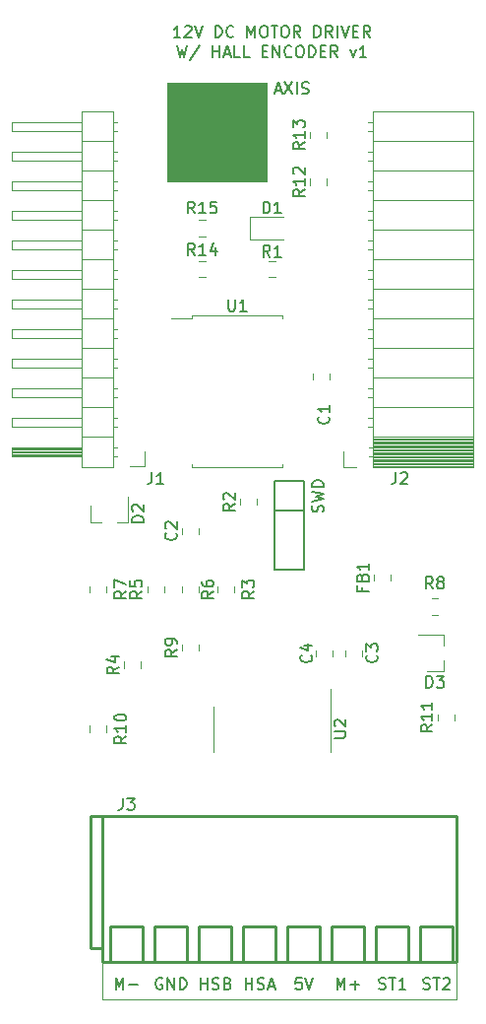
<source format=gbr>
G04 #@! TF.GenerationSoftware,KiCad,Pcbnew,5.1.5+dfsg1-2build2*
G04 #@! TF.CreationDate,2021-01-19T23:11:10+01:00*
G04 #@! TF.ProjectId,t100-dcmotor,74313030-2d64-4636-9d6f-746f722e6b69,rev?*
G04 #@! TF.SameCoordinates,Original*
G04 #@! TF.FileFunction,Legend,Top*
G04 #@! TF.FilePolarity,Positive*
%FSLAX46Y46*%
G04 Gerber Fmt 4.6, Leading zero omitted, Abs format (unit mm)*
G04 Created by KiCad (PCBNEW 5.1.5+dfsg1-2build2) date 2021-01-19 23:11:10*
%MOMM*%
%LPD*%
G04 APERTURE LIST*
%ADD10C,0.150000*%
%ADD11C,0.120000*%
%ADD12C,0.100000*%
%ADD13C,0.200000*%
%ADD14C,0.254000*%
G04 APERTURE END LIST*
D10*
X113027142Y-136334761D02*
X113170000Y-136382380D01*
X113408095Y-136382380D01*
X113503333Y-136334761D01*
X113550952Y-136287142D01*
X113598571Y-136191904D01*
X113598571Y-136096666D01*
X113550952Y-136001428D01*
X113503333Y-135953809D01*
X113408095Y-135906190D01*
X113217619Y-135858571D01*
X113122380Y-135810952D01*
X113074761Y-135763333D01*
X113027142Y-135668095D01*
X113027142Y-135572857D01*
X113074761Y-135477619D01*
X113122380Y-135430000D01*
X113217619Y-135382380D01*
X113455714Y-135382380D01*
X113598571Y-135430000D01*
X113884285Y-135382380D02*
X114455714Y-135382380D01*
X114170000Y-136382380D02*
X114170000Y-135382380D01*
X114741428Y-135477619D02*
X114789047Y-135430000D01*
X114884285Y-135382380D01*
X115122380Y-135382380D01*
X115217619Y-135430000D01*
X115265238Y-135477619D01*
X115312857Y-135572857D01*
X115312857Y-135668095D01*
X115265238Y-135810952D01*
X114693809Y-136382380D01*
X115312857Y-136382380D01*
X109217142Y-136334761D02*
X109360000Y-136382380D01*
X109598095Y-136382380D01*
X109693333Y-136334761D01*
X109740952Y-136287142D01*
X109788571Y-136191904D01*
X109788571Y-136096666D01*
X109740952Y-136001428D01*
X109693333Y-135953809D01*
X109598095Y-135906190D01*
X109407619Y-135858571D01*
X109312380Y-135810952D01*
X109264761Y-135763333D01*
X109217142Y-135668095D01*
X109217142Y-135572857D01*
X109264761Y-135477619D01*
X109312380Y-135430000D01*
X109407619Y-135382380D01*
X109645714Y-135382380D01*
X109788571Y-135430000D01*
X110074285Y-135382380D02*
X110645714Y-135382380D01*
X110360000Y-136382380D02*
X110360000Y-135382380D01*
X111502857Y-136382380D02*
X110931428Y-136382380D01*
X111217142Y-136382380D02*
X111217142Y-135382380D01*
X111121904Y-135525238D01*
X111026666Y-135620476D01*
X110931428Y-135668095D01*
D11*
X115880000Y-137199999D02*
X115880000Y-133999999D01*
D10*
X100287976Y-59166666D02*
X100764166Y-59166666D01*
X100192738Y-59452380D02*
X100526071Y-58452380D01*
X100859404Y-59452380D01*
X101097500Y-58452380D02*
X101764166Y-59452380D01*
X101764166Y-58452380D02*
X101097500Y-59452380D01*
X102145119Y-59452380D02*
X102145119Y-58452380D01*
X102573690Y-59404761D02*
X102716547Y-59452380D01*
X102954642Y-59452380D01*
X103049880Y-59404761D01*
X103097500Y-59357142D01*
X103145119Y-59261904D01*
X103145119Y-59166666D01*
X103097500Y-59071428D01*
X103049880Y-59023809D01*
X102954642Y-58976190D01*
X102764166Y-58928571D01*
X102668928Y-58880952D01*
X102621309Y-58833333D01*
X102573690Y-58738095D01*
X102573690Y-58642857D01*
X102621309Y-58547619D01*
X102668928Y-58500000D01*
X102764166Y-58452380D01*
X103002261Y-58452380D01*
X103145119Y-58500000D01*
D12*
G36*
X99500000Y-67000000D02*
G01*
X91000000Y-67000000D01*
X91000000Y-58500000D01*
X99500000Y-58500000D01*
X99500000Y-67000000D01*
G37*
X99500000Y-67000000D02*
X91000000Y-67000000D01*
X91000000Y-58500000D01*
X99500000Y-58500000D01*
X99500000Y-67000000D01*
D11*
X85400000Y-137200000D02*
X85400000Y-134000000D01*
X115880000Y-137199999D02*
X85400000Y-137200000D01*
D10*
X102549523Y-135382380D02*
X102073333Y-135382380D01*
X102025714Y-135858571D01*
X102073333Y-135810952D01*
X102168571Y-135763333D01*
X102406666Y-135763333D01*
X102501904Y-135810952D01*
X102549523Y-135858571D01*
X102597142Y-135953809D01*
X102597142Y-136191904D01*
X102549523Y-136287142D01*
X102501904Y-136334761D01*
X102406666Y-136382380D01*
X102168571Y-136382380D01*
X102073333Y-136334761D01*
X102025714Y-136287142D01*
X102882857Y-135382380D02*
X103216190Y-136382380D01*
X103549523Y-135382380D01*
X93858095Y-136382380D02*
X93858095Y-135382380D01*
X93858095Y-135858571D02*
X94429523Y-135858571D01*
X94429523Y-136382380D02*
X94429523Y-135382380D01*
X94858095Y-136334761D02*
X95000952Y-136382380D01*
X95239047Y-136382380D01*
X95334285Y-136334761D01*
X95381904Y-136287142D01*
X95429523Y-136191904D01*
X95429523Y-136096666D01*
X95381904Y-136001428D01*
X95334285Y-135953809D01*
X95239047Y-135906190D01*
X95048571Y-135858571D01*
X94953333Y-135810952D01*
X94905714Y-135763333D01*
X94858095Y-135668095D01*
X94858095Y-135572857D01*
X94905714Y-135477619D01*
X94953333Y-135430000D01*
X95048571Y-135382380D01*
X95286666Y-135382380D01*
X95429523Y-135430000D01*
X96191428Y-135858571D02*
X96334285Y-135906190D01*
X96381904Y-135953809D01*
X96429523Y-136049047D01*
X96429523Y-136191904D01*
X96381904Y-136287142D01*
X96334285Y-136334761D01*
X96239047Y-136382380D01*
X95858095Y-136382380D01*
X95858095Y-135382380D01*
X96191428Y-135382380D01*
X96286666Y-135430000D01*
X96334285Y-135477619D01*
X96381904Y-135572857D01*
X96381904Y-135668095D01*
X96334285Y-135763333D01*
X96286666Y-135810952D01*
X96191428Y-135858571D01*
X95858095Y-135858571D01*
X97739523Y-136382380D02*
X97739523Y-135382380D01*
X97739523Y-135858571D02*
X98310952Y-135858571D01*
X98310952Y-136382380D02*
X98310952Y-135382380D01*
X98739523Y-136334761D02*
X98882380Y-136382380D01*
X99120476Y-136382380D01*
X99215714Y-136334761D01*
X99263333Y-136287142D01*
X99310952Y-136191904D01*
X99310952Y-136096666D01*
X99263333Y-136001428D01*
X99215714Y-135953809D01*
X99120476Y-135906190D01*
X98930000Y-135858571D01*
X98834761Y-135810952D01*
X98787142Y-135763333D01*
X98739523Y-135668095D01*
X98739523Y-135572857D01*
X98787142Y-135477619D01*
X98834761Y-135430000D01*
X98930000Y-135382380D01*
X99168095Y-135382380D01*
X99310952Y-135430000D01*
X99691904Y-136096666D02*
X100168095Y-136096666D01*
X99596666Y-136382380D02*
X99930000Y-135382380D01*
X100263333Y-136382380D01*
X90548095Y-135430000D02*
X90452857Y-135382380D01*
X90310000Y-135382380D01*
X90167142Y-135430000D01*
X90071904Y-135525238D01*
X90024285Y-135620476D01*
X89976666Y-135810952D01*
X89976666Y-135953809D01*
X90024285Y-136144285D01*
X90071904Y-136239523D01*
X90167142Y-136334761D01*
X90310000Y-136382380D01*
X90405238Y-136382380D01*
X90548095Y-136334761D01*
X90595714Y-136287142D01*
X90595714Y-135953809D01*
X90405238Y-135953809D01*
X91024285Y-136382380D02*
X91024285Y-135382380D01*
X91595714Y-136382380D01*
X91595714Y-135382380D01*
X92071904Y-136382380D02*
X92071904Y-135382380D01*
X92310000Y-135382380D01*
X92452857Y-135430000D01*
X92548095Y-135525238D01*
X92595714Y-135620476D01*
X92643333Y-135810952D01*
X92643333Y-135953809D01*
X92595714Y-136144285D01*
X92548095Y-136239523D01*
X92452857Y-136334761D01*
X92310000Y-136382380D01*
X92071904Y-136382380D01*
X86547619Y-136382380D02*
X86547619Y-135382380D01*
X86880952Y-136096666D01*
X87214285Y-135382380D01*
X87214285Y-136382380D01*
X87690476Y-136001428D02*
X88452380Y-136001428D01*
X105597619Y-136382380D02*
X105597619Y-135382380D01*
X105930952Y-136096666D01*
X106264285Y-135382380D01*
X106264285Y-136382380D01*
X106740476Y-136001428D02*
X107502380Y-136001428D01*
X107121428Y-136382380D02*
X107121428Y-135620476D01*
X104404761Y-95357142D02*
X104452380Y-95214285D01*
X104452380Y-94976190D01*
X104404761Y-94880952D01*
X104357142Y-94833333D01*
X104261904Y-94785714D01*
X104166666Y-94785714D01*
X104071428Y-94833333D01*
X104023809Y-94880952D01*
X103976190Y-94976190D01*
X103928571Y-95166666D01*
X103880952Y-95261904D01*
X103833333Y-95309523D01*
X103738095Y-95357142D01*
X103642857Y-95357142D01*
X103547619Y-95309523D01*
X103500000Y-95261904D01*
X103452380Y-95166666D01*
X103452380Y-94928571D01*
X103500000Y-94785714D01*
X103452380Y-94452380D02*
X104452380Y-94214285D01*
X103738095Y-94023809D01*
X104452380Y-93833333D01*
X103452380Y-93595238D01*
X104452380Y-93214285D02*
X103452380Y-93214285D01*
X103452380Y-92976190D01*
X103500000Y-92833333D01*
X103595238Y-92738095D01*
X103690476Y-92690476D01*
X103880952Y-92642857D01*
X104023809Y-92642857D01*
X104214285Y-92690476D01*
X104309523Y-92738095D01*
X104404761Y-92833333D01*
X104452380Y-92976190D01*
X104452380Y-93214285D01*
D13*
X92119047Y-54602380D02*
X91547619Y-54602380D01*
X91833333Y-54602380D02*
X91833333Y-53602380D01*
X91738095Y-53745238D01*
X91642857Y-53840476D01*
X91547619Y-53888095D01*
X92500000Y-53697619D02*
X92547619Y-53650000D01*
X92642857Y-53602380D01*
X92880952Y-53602380D01*
X92976190Y-53650000D01*
X93023809Y-53697619D01*
X93071428Y-53792857D01*
X93071428Y-53888095D01*
X93023809Y-54030952D01*
X92452380Y-54602380D01*
X93071428Y-54602380D01*
X93357142Y-53602380D02*
X93690476Y-54602380D01*
X94023809Y-53602380D01*
X95119047Y-54602380D02*
X95119047Y-53602380D01*
X95357142Y-53602380D01*
X95500000Y-53650000D01*
X95595238Y-53745238D01*
X95642857Y-53840476D01*
X95690476Y-54030952D01*
X95690476Y-54173809D01*
X95642857Y-54364285D01*
X95595238Y-54459523D01*
X95500000Y-54554761D01*
X95357142Y-54602380D01*
X95119047Y-54602380D01*
X96690476Y-54507142D02*
X96642857Y-54554761D01*
X96500000Y-54602380D01*
X96404761Y-54602380D01*
X96261904Y-54554761D01*
X96166666Y-54459523D01*
X96119047Y-54364285D01*
X96071428Y-54173809D01*
X96071428Y-54030952D01*
X96119047Y-53840476D01*
X96166666Y-53745238D01*
X96261904Y-53650000D01*
X96404761Y-53602380D01*
X96500000Y-53602380D01*
X96642857Y-53650000D01*
X96690476Y-53697619D01*
X97880952Y-54602380D02*
X97880952Y-53602380D01*
X98214285Y-54316666D01*
X98547619Y-53602380D01*
X98547619Y-54602380D01*
X99214285Y-53602380D02*
X99404761Y-53602380D01*
X99500000Y-53650000D01*
X99595238Y-53745238D01*
X99642857Y-53935714D01*
X99642857Y-54269047D01*
X99595238Y-54459523D01*
X99500000Y-54554761D01*
X99404761Y-54602380D01*
X99214285Y-54602380D01*
X99119047Y-54554761D01*
X99023809Y-54459523D01*
X98976190Y-54269047D01*
X98976190Y-53935714D01*
X99023809Y-53745238D01*
X99119047Y-53650000D01*
X99214285Y-53602380D01*
X99928571Y-53602380D02*
X100500000Y-53602380D01*
X100214285Y-54602380D02*
X100214285Y-53602380D01*
X101023809Y-53602380D02*
X101214285Y-53602380D01*
X101309523Y-53650000D01*
X101404761Y-53745238D01*
X101452380Y-53935714D01*
X101452380Y-54269047D01*
X101404761Y-54459523D01*
X101309523Y-54554761D01*
X101214285Y-54602380D01*
X101023809Y-54602380D01*
X100928571Y-54554761D01*
X100833333Y-54459523D01*
X100785714Y-54269047D01*
X100785714Y-53935714D01*
X100833333Y-53745238D01*
X100928571Y-53650000D01*
X101023809Y-53602380D01*
X102452380Y-54602380D02*
X102119047Y-54126190D01*
X101880952Y-54602380D02*
X101880952Y-53602380D01*
X102261904Y-53602380D01*
X102357142Y-53650000D01*
X102404761Y-53697619D01*
X102452380Y-53792857D01*
X102452380Y-53935714D01*
X102404761Y-54030952D01*
X102357142Y-54078571D01*
X102261904Y-54126190D01*
X101880952Y-54126190D01*
X103642857Y-54602380D02*
X103642857Y-53602380D01*
X103880952Y-53602380D01*
X104023809Y-53650000D01*
X104119047Y-53745238D01*
X104166666Y-53840476D01*
X104214285Y-54030952D01*
X104214285Y-54173809D01*
X104166666Y-54364285D01*
X104119047Y-54459523D01*
X104023809Y-54554761D01*
X103880952Y-54602380D01*
X103642857Y-54602380D01*
X105214285Y-54602380D02*
X104880952Y-54126190D01*
X104642857Y-54602380D02*
X104642857Y-53602380D01*
X105023809Y-53602380D01*
X105119047Y-53650000D01*
X105166666Y-53697619D01*
X105214285Y-53792857D01*
X105214285Y-53935714D01*
X105166666Y-54030952D01*
X105119047Y-54078571D01*
X105023809Y-54126190D01*
X104642857Y-54126190D01*
X105642857Y-54602380D02*
X105642857Y-53602380D01*
X105976190Y-53602380D02*
X106309523Y-54602380D01*
X106642857Y-53602380D01*
X106976190Y-54078571D02*
X107309523Y-54078571D01*
X107452380Y-54602380D02*
X106976190Y-54602380D01*
X106976190Y-53602380D01*
X107452380Y-53602380D01*
X108452380Y-54602380D02*
X108119047Y-54126190D01*
X107880952Y-54602380D02*
X107880952Y-53602380D01*
X108261904Y-53602380D01*
X108357142Y-53650000D01*
X108404761Y-53697619D01*
X108452380Y-53792857D01*
X108452380Y-53935714D01*
X108404761Y-54030952D01*
X108357142Y-54078571D01*
X108261904Y-54126190D01*
X107880952Y-54126190D01*
X91833333Y-55302380D02*
X92071428Y-56302380D01*
X92261904Y-55588095D01*
X92452380Y-56302380D01*
X92690476Y-55302380D01*
X93785714Y-55254761D02*
X92928571Y-56540476D01*
X94880952Y-56302380D02*
X94880952Y-55302380D01*
X94880952Y-55778571D02*
X95452380Y-55778571D01*
X95452380Y-56302380D02*
X95452380Y-55302380D01*
X95880952Y-56016666D02*
X96357142Y-56016666D01*
X95785714Y-56302380D02*
X96119047Y-55302380D01*
X96452380Y-56302380D01*
X97261904Y-56302380D02*
X96785714Y-56302380D01*
X96785714Y-55302380D01*
X98071428Y-56302380D02*
X97595238Y-56302380D01*
X97595238Y-55302380D01*
X99166666Y-55778571D02*
X99500000Y-55778571D01*
X99642857Y-56302380D02*
X99166666Y-56302380D01*
X99166666Y-55302380D01*
X99642857Y-55302380D01*
X100071428Y-56302380D02*
X100071428Y-55302380D01*
X100642857Y-56302380D01*
X100642857Y-55302380D01*
X101690476Y-56207142D02*
X101642857Y-56254761D01*
X101500000Y-56302380D01*
X101404761Y-56302380D01*
X101261904Y-56254761D01*
X101166666Y-56159523D01*
X101119047Y-56064285D01*
X101071428Y-55873809D01*
X101071428Y-55730952D01*
X101119047Y-55540476D01*
X101166666Y-55445238D01*
X101261904Y-55350000D01*
X101404761Y-55302380D01*
X101500000Y-55302380D01*
X101642857Y-55350000D01*
X101690476Y-55397619D01*
X102309523Y-55302380D02*
X102500000Y-55302380D01*
X102595238Y-55350000D01*
X102690476Y-55445238D01*
X102738095Y-55635714D01*
X102738095Y-55969047D01*
X102690476Y-56159523D01*
X102595238Y-56254761D01*
X102500000Y-56302380D01*
X102309523Y-56302380D01*
X102214285Y-56254761D01*
X102119047Y-56159523D01*
X102071428Y-55969047D01*
X102071428Y-55635714D01*
X102119047Y-55445238D01*
X102214285Y-55350000D01*
X102309523Y-55302380D01*
X103166666Y-56302380D02*
X103166666Y-55302380D01*
X103404761Y-55302380D01*
X103547619Y-55350000D01*
X103642857Y-55445238D01*
X103690476Y-55540476D01*
X103738095Y-55730952D01*
X103738095Y-55873809D01*
X103690476Y-56064285D01*
X103642857Y-56159523D01*
X103547619Y-56254761D01*
X103404761Y-56302380D01*
X103166666Y-56302380D01*
X104166666Y-55778571D02*
X104500000Y-55778571D01*
X104642857Y-56302380D02*
X104166666Y-56302380D01*
X104166666Y-55302380D01*
X104642857Y-55302380D01*
X105642857Y-56302380D02*
X105309523Y-55826190D01*
X105071428Y-56302380D02*
X105071428Y-55302380D01*
X105452380Y-55302380D01*
X105547619Y-55350000D01*
X105595238Y-55397619D01*
X105642857Y-55492857D01*
X105642857Y-55635714D01*
X105595238Y-55730952D01*
X105547619Y-55778571D01*
X105452380Y-55826190D01*
X105071428Y-55826190D01*
X106738095Y-55635714D02*
X106976190Y-56302380D01*
X107214285Y-55635714D01*
X108119047Y-56302380D02*
X107547619Y-56302380D01*
X107833333Y-56302380D02*
X107833333Y-55302380D01*
X107738095Y-55445238D01*
X107642857Y-55540476D01*
X107547619Y-55588095D01*
D11*
X93738748Y-71710000D02*
X94261252Y-71710000D01*
X93738748Y-70290000D02*
X94261252Y-70290000D01*
X93738748Y-75210000D02*
X94261252Y-75210000D01*
X93738748Y-73790000D02*
X94261252Y-73790000D01*
X104710000Y-63236252D02*
X104710000Y-62713748D01*
X103290000Y-63236252D02*
X103290000Y-62713748D01*
X104710000Y-67261252D02*
X104710000Y-66738748D01*
X103290000Y-67261252D02*
X103290000Y-66738748D01*
D14*
X85400000Y-134000000D02*
X115880000Y-133999999D01*
X85400000Y-121500000D02*
X115880000Y-121500000D01*
X115880000Y-121500000D02*
X115880000Y-133999999D01*
X85400000Y-121500000D02*
X85400000Y-134000000D01*
X84400001Y-132801751D02*
X85400000Y-132801751D01*
X104068999Y-134000000D02*
X104068999Y-131000000D01*
X85400000Y-121500000D02*
X85400000Y-132801751D01*
X105117000Y-134000000D02*
X105117000Y-131000000D01*
X84400000Y-121500000D02*
X85400000Y-121500000D01*
X107879000Y-131000000D02*
X105117000Y-131000000D01*
X107879000Y-134000000D02*
X107879000Y-131000000D01*
X108927000Y-134000000D02*
X108927000Y-131000000D01*
X111689000Y-131000000D02*
X108927000Y-131000000D01*
X111689000Y-134000000D02*
X111689000Y-131000000D01*
X112737000Y-134000000D02*
X112737000Y-131000000D01*
X115499000Y-131000000D02*
X112737000Y-131000000D01*
X115499000Y-134000000D02*
X115499000Y-131000000D01*
X104068999Y-131000000D02*
X101307000Y-131000000D01*
X84400000Y-121500000D02*
X84400001Y-132801751D01*
X101307000Y-134000000D02*
X101307000Y-131000000D01*
X100259000Y-134000000D02*
X100259000Y-131000000D01*
X100259000Y-131000000D02*
X97497000Y-131000000D01*
X97497000Y-134000000D02*
X97497000Y-131000000D01*
X96449000Y-134000000D02*
X96449000Y-131000000D01*
X96449000Y-131000000D02*
X93687000Y-131000000D01*
X93687000Y-134000000D02*
X93687000Y-131000000D01*
X92639000Y-134000000D02*
X92639000Y-131000000D01*
X92639000Y-131000000D02*
X89877000Y-131000000D01*
X89877000Y-134000000D02*
X89877000Y-131000000D01*
X88829000Y-131000000D02*
X86067001Y-131000000D01*
X86067001Y-134000000D02*
X86067001Y-131000000D01*
X88829000Y-134000000D02*
X88829000Y-131000000D01*
D11*
X98710000Y-94761252D02*
X98710000Y-94238748D01*
X97290000Y-94761252D02*
X97290000Y-94238748D01*
D10*
X100230000Y-92690000D02*
X102770000Y-92690000D01*
X100230000Y-100310000D02*
X100230000Y-92690000D01*
X102770000Y-100310000D02*
X100230000Y-100310000D01*
X102770000Y-92690000D02*
X102770000Y-100310000D01*
X102770000Y-95230000D02*
X100230000Y-95230000D01*
D11*
X105060000Y-114000000D02*
X105060000Y-110550000D01*
X105060000Y-114000000D02*
X105060000Y-115950000D01*
X94940000Y-114000000D02*
X94940000Y-112050000D01*
X94940000Y-114000000D02*
X94940000Y-115950000D01*
X93140000Y-78725000D02*
X91325000Y-78725000D01*
X93140000Y-78490000D02*
X93140000Y-78725000D01*
X97000000Y-78490000D02*
X93140000Y-78490000D01*
X100860000Y-78490000D02*
X100860000Y-78725000D01*
X97000000Y-78490000D02*
X100860000Y-78490000D01*
X93140000Y-91510000D02*
X93140000Y-91275000D01*
X97000000Y-91510000D02*
X93140000Y-91510000D01*
X100860000Y-91510000D02*
X100860000Y-91275000D01*
X97000000Y-91510000D02*
X100860000Y-91510000D01*
X115710000Y-113261252D02*
X115710000Y-112738748D01*
X114290000Y-113261252D02*
X114290000Y-112738748D01*
X85710000Y-114261252D02*
X85710000Y-113738748D01*
X84290000Y-114261252D02*
X84290000Y-113738748D01*
X93710000Y-107286252D02*
X93710000Y-106763748D01*
X92290000Y-107286252D02*
X92290000Y-106763748D01*
X114261252Y-102790000D02*
X113738748Y-102790000D01*
X114261252Y-104210000D02*
X113738748Y-104210000D01*
X85710000Y-102261252D02*
X85710000Y-101738748D01*
X84290000Y-102261252D02*
X84290000Y-101738748D01*
X93710000Y-102261252D02*
X93710000Y-101738748D01*
X92290000Y-102261252D02*
X92290000Y-101738748D01*
X90710000Y-102261252D02*
X90710000Y-101738748D01*
X89290000Y-102261252D02*
X89290000Y-101738748D01*
X88710000Y-108761252D02*
X88710000Y-108238748D01*
X87290000Y-108761252D02*
X87290000Y-108238748D01*
X96710000Y-102261252D02*
X96710000Y-101738748D01*
X95290000Y-102261252D02*
X95290000Y-101738748D01*
X100261252Y-73790000D02*
X99738748Y-73790000D01*
X100261252Y-75210000D02*
X99738748Y-75210000D01*
X107250000Y-91520000D02*
X106140000Y-91520000D01*
X106140000Y-91520000D02*
X106140000Y-90190000D01*
X117340000Y-91520000D02*
X117340000Y-60920000D01*
X117340000Y-60920000D02*
X108710000Y-60920000D01*
X108710000Y-91520000D02*
X108710000Y-60920000D01*
X117340000Y-91520000D02*
X108710000Y-91520000D01*
X117340000Y-63520000D02*
X108710000Y-63520000D01*
X117340000Y-66060000D02*
X108710000Y-66060000D01*
X117340000Y-68600000D02*
X108710000Y-68600000D01*
X117340000Y-71140000D02*
X108710000Y-71140000D01*
X117340000Y-73680000D02*
X108710000Y-73680000D01*
X117340000Y-76220000D02*
X108710000Y-76220000D01*
X117340000Y-78760000D02*
X108710000Y-78760000D01*
X117340000Y-81300000D02*
X108710000Y-81300000D01*
X117340000Y-83840000D02*
X108710000Y-83840000D01*
X117340000Y-86380000D02*
X108710000Y-86380000D01*
X117340000Y-88920000D02*
X108710000Y-88920000D01*
X108710000Y-61890000D02*
X108300000Y-61890000D01*
X108710000Y-62610000D02*
X108300000Y-62610000D01*
X108710000Y-64430000D02*
X108300000Y-64430000D01*
X108710000Y-65150000D02*
X108300000Y-65150000D01*
X108710000Y-66970000D02*
X108300000Y-66970000D01*
X108710000Y-67690000D02*
X108300000Y-67690000D01*
X108710000Y-69510000D02*
X108300000Y-69510000D01*
X108710000Y-70230000D02*
X108300000Y-70230000D01*
X108710000Y-72050000D02*
X108300000Y-72050000D01*
X108710000Y-72770000D02*
X108300000Y-72770000D01*
X108710000Y-74590000D02*
X108300000Y-74590000D01*
X108710000Y-75310000D02*
X108300000Y-75310000D01*
X108710000Y-77130000D02*
X108300000Y-77130000D01*
X108710000Y-77850000D02*
X108300000Y-77850000D01*
X108710000Y-79670000D02*
X108300000Y-79670000D01*
X108710000Y-80390000D02*
X108300000Y-80390000D01*
X108710000Y-82210000D02*
X108300000Y-82210000D01*
X108710000Y-82930000D02*
X108300000Y-82930000D01*
X108710000Y-84750000D02*
X108300000Y-84750000D01*
X108710000Y-85470000D02*
X108300000Y-85470000D01*
X108710000Y-87290000D02*
X108300000Y-87290000D01*
X108710000Y-88010000D02*
X108300000Y-88010000D01*
X108710000Y-89830000D02*
X108360000Y-89830000D01*
X108710000Y-90550000D02*
X108360000Y-90550000D01*
X117340000Y-89038100D02*
X108710000Y-89038100D01*
X117340000Y-89156195D02*
X108710000Y-89156195D01*
X117340000Y-89274290D02*
X108710000Y-89274290D01*
X117340000Y-89392385D02*
X108710000Y-89392385D01*
X117340000Y-89510480D02*
X108710000Y-89510480D01*
X117340000Y-89628575D02*
X108710000Y-89628575D01*
X117340000Y-89746670D02*
X108710000Y-89746670D01*
X117340000Y-89864765D02*
X108710000Y-89864765D01*
X117340000Y-89982860D02*
X108710000Y-89982860D01*
X117340000Y-90100955D02*
X108710000Y-90100955D01*
X117340000Y-90219050D02*
X108710000Y-90219050D01*
X117340000Y-90337145D02*
X108710000Y-90337145D01*
X117340000Y-90455240D02*
X108710000Y-90455240D01*
X117340000Y-90573335D02*
X108710000Y-90573335D01*
X117340000Y-90691430D02*
X108710000Y-90691430D01*
X117340000Y-90809525D02*
X108710000Y-90809525D01*
X117340000Y-90927620D02*
X108710000Y-90927620D01*
X117340000Y-91045715D02*
X108710000Y-91045715D01*
X117340000Y-91163810D02*
X108710000Y-91163810D01*
X117340000Y-91281905D02*
X108710000Y-91281905D01*
X117340000Y-91400000D02*
X108710000Y-91400000D01*
X89020000Y-91460000D02*
X87750000Y-91460000D01*
X89020000Y-90190000D02*
X89020000Y-91460000D01*
X86707071Y-61870000D02*
X86310000Y-61870000D01*
X86707071Y-62630000D02*
X86310000Y-62630000D01*
X77650000Y-61870000D02*
X83650000Y-61870000D01*
X77650000Y-62630000D02*
X77650000Y-61870000D01*
X83650000Y-62630000D02*
X77650000Y-62630000D01*
X86310000Y-63520000D02*
X83650000Y-63520000D01*
X86707071Y-64410000D02*
X86310000Y-64410000D01*
X86707071Y-65170000D02*
X86310000Y-65170000D01*
X77650000Y-64410000D02*
X83650000Y-64410000D01*
X77650000Y-65170000D02*
X77650000Y-64410000D01*
X83650000Y-65170000D02*
X77650000Y-65170000D01*
X86310000Y-66060000D02*
X83650000Y-66060000D01*
X86707071Y-66950000D02*
X86310000Y-66950000D01*
X86707071Y-67710000D02*
X86310000Y-67710000D01*
X77650000Y-66950000D02*
X83650000Y-66950000D01*
X77650000Y-67710000D02*
X77650000Y-66950000D01*
X83650000Y-67710000D02*
X77650000Y-67710000D01*
X86310000Y-68600000D02*
X83650000Y-68600000D01*
X86707071Y-69490000D02*
X86310000Y-69490000D01*
X86707071Y-70250000D02*
X86310000Y-70250000D01*
X77650000Y-69490000D02*
X83650000Y-69490000D01*
X77650000Y-70250000D02*
X77650000Y-69490000D01*
X83650000Y-70250000D02*
X77650000Y-70250000D01*
X86310000Y-71140000D02*
X83650000Y-71140000D01*
X86707071Y-72030000D02*
X86310000Y-72030000D01*
X86707071Y-72790000D02*
X86310000Y-72790000D01*
X77650000Y-72030000D02*
X83650000Y-72030000D01*
X77650000Y-72790000D02*
X77650000Y-72030000D01*
X83650000Y-72790000D02*
X77650000Y-72790000D01*
X86310000Y-73680000D02*
X83650000Y-73680000D01*
X86707071Y-74570000D02*
X86310000Y-74570000D01*
X86707071Y-75330000D02*
X86310000Y-75330000D01*
X77650000Y-74570000D02*
X83650000Y-74570000D01*
X77650000Y-75330000D02*
X77650000Y-74570000D01*
X83650000Y-75330000D02*
X77650000Y-75330000D01*
X86310000Y-76220000D02*
X83650000Y-76220000D01*
X86707071Y-77110000D02*
X86310000Y-77110000D01*
X86707071Y-77870000D02*
X86310000Y-77870000D01*
X77650000Y-77110000D02*
X83650000Y-77110000D01*
X77650000Y-77870000D02*
X77650000Y-77110000D01*
X83650000Y-77870000D02*
X77650000Y-77870000D01*
X86310000Y-78760000D02*
X83650000Y-78760000D01*
X86707071Y-79650000D02*
X86310000Y-79650000D01*
X86707071Y-80410000D02*
X86310000Y-80410000D01*
X77650000Y-79650000D02*
X83650000Y-79650000D01*
X77650000Y-80410000D02*
X77650000Y-79650000D01*
X83650000Y-80410000D02*
X77650000Y-80410000D01*
X86310000Y-81300000D02*
X83650000Y-81300000D01*
X86707071Y-82190000D02*
X86310000Y-82190000D01*
X86707071Y-82950000D02*
X86310000Y-82950000D01*
X77650000Y-82190000D02*
X83650000Y-82190000D01*
X77650000Y-82950000D02*
X77650000Y-82190000D01*
X83650000Y-82950000D02*
X77650000Y-82950000D01*
X86310000Y-83840000D02*
X83650000Y-83840000D01*
X86707071Y-84730000D02*
X86310000Y-84730000D01*
X86707071Y-85490000D02*
X86310000Y-85490000D01*
X77650000Y-84730000D02*
X83650000Y-84730000D01*
X77650000Y-85490000D02*
X77650000Y-84730000D01*
X83650000Y-85490000D02*
X77650000Y-85490000D01*
X86310000Y-86380000D02*
X83650000Y-86380000D01*
X86707071Y-87270000D02*
X86310000Y-87270000D01*
X86707071Y-88030000D02*
X86310000Y-88030000D01*
X77650000Y-87270000D02*
X83650000Y-87270000D01*
X77650000Y-88030000D02*
X77650000Y-87270000D01*
X83650000Y-88030000D02*
X77650000Y-88030000D01*
X86310000Y-88920000D02*
X83650000Y-88920000D01*
X86640000Y-89810000D02*
X86310000Y-89810000D01*
X86640000Y-90570000D02*
X86310000Y-90570000D01*
X83650000Y-89910000D02*
X77650000Y-89910000D01*
X83650000Y-90030000D02*
X77650000Y-90030000D01*
X83650000Y-90150000D02*
X77650000Y-90150000D01*
X83650000Y-90270000D02*
X77650000Y-90270000D01*
X83650000Y-90390000D02*
X77650000Y-90390000D01*
X83650000Y-90510000D02*
X77650000Y-90510000D01*
X77650000Y-89810000D02*
X83650000Y-89810000D01*
X77650000Y-90570000D02*
X77650000Y-89810000D01*
X83650000Y-90570000D02*
X77650000Y-90570000D01*
X83650000Y-91520000D02*
X86310000Y-91520000D01*
X83650000Y-60920000D02*
X83650000Y-91520000D01*
X86310000Y-60920000D02*
X83650000Y-60920000D01*
X86310000Y-91520000D02*
X86310000Y-60920000D01*
X110210000Y-101261252D02*
X110210000Y-100738748D01*
X108790000Y-101261252D02*
X108790000Y-100738748D01*
X114760000Y-109080000D02*
X113300000Y-109080000D01*
X114760000Y-105920000D02*
X112600000Y-105920000D01*
X114760000Y-105920000D02*
X114760000Y-106850000D01*
X114760000Y-109080000D02*
X114760000Y-108150000D01*
X84420000Y-96260000D02*
X84420000Y-94800000D01*
X87580000Y-96260000D02*
X87580000Y-94100000D01*
X87580000Y-96260000D02*
X86650000Y-96260000D01*
X84420000Y-96260000D02*
X85350000Y-96260000D01*
X98140000Y-71960000D02*
X101000000Y-71960000D01*
X98140000Y-70040000D02*
X98140000Y-71960000D01*
X101000000Y-70040000D02*
X98140000Y-70040000D01*
X103790000Y-107238748D02*
X103790000Y-107761252D01*
X105210000Y-107238748D02*
X105210000Y-107761252D01*
X106290000Y-107238748D02*
X106290000Y-107761252D01*
X107710000Y-107238748D02*
X107710000Y-107761252D01*
X93710000Y-97261252D02*
X93710000Y-96738748D01*
X92290000Y-97261252D02*
X92290000Y-96738748D01*
X103540000Y-83488748D02*
X103540000Y-84011252D01*
X104960000Y-83488748D02*
X104960000Y-84011252D01*
D10*
X93357142Y-69702380D02*
X93023809Y-69226190D01*
X92785714Y-69702380D02*
X92785714Y-68702380D01*
X93166666Y-68702380D01*
X93261904Y-68750000D01*
X93309523Y-68797619D01*
X93357142Y-68892857D01*
X93357142Y-69035714D01*
X93309523Y-69130952D01*
X93261904Y-69178571D01*
X93166666Y-69226190D01*
X92785714Y-69226190D01*
X94309523Y-69702380D02*
X93738095Y-69702380D01*
X94023809Y-69702380D02*
X94023809Y-68702380D01*
X93928571Y-68845238D01*
X93833333Y-68940476D01*
X93738095Y-68988095D01*
X95214285Y-68702380D02*
X94738095Y-68702380D01*
X94690476Y-69178571D01*
X94738095Y-69130952D01*
X94833333Y-69083333D01*
X95071428Y-69083333D01*
X95166666Y-69130952D01*
X95214285Y-69178571D01*
X95261904Y-69273809D01*
X95261904Y-69511904D01*
X95214285Y-69607142D01*
X95166666Y-69654761D01*
X95071428Y-69702380D01*
X94833333Y-69702380D01*
X94738095Y-69654761D01*
X94690476Y-69607142D01*
X93357142Y-73302380D02*
X93023809Y-72826190D01*
X92785714Y-73302380D02*
X92785714Y-72302380D01*
X93166666Y-72302380D01*
X93261904Y-72350000D01*
X93309523Y-72397619D01*
X93357142Y-72492857D01*
X93357142Y-72635714D01*
X93309523Y-72730952D01*
X93261904Y-72778571D01*
X93166666Y-72826190D01*
X92785714Y-72826190D01*
X94309523Y-73302380D02*
X93738095Y-73302380D01*
X94023809Y-73302380D02*
X94023809Y-72302380D01*
X93928571Y-72445238D01*
X93833333Y-72540476D01*
X93738095Y-72588095D01*
X95166666Y-72635714D02*
X95166666Y-73302380D01*
X94928571Y-72254761D02*
X94690476Y-72969047D01*
X95309523Y-72969047D01*
X102802380Y-63617857D02*
X102326190Y-63951190D01*
X102802380Y-64189285D02*
X101802380Y-64189285D01*
X101802380Y-63808333D01*
X101850000Y-63713095D01*
X101897619Y-63665476D01*
X101992857Y-63617857D01*
X102135714Y-63617857D01*
X102230952Y-63665476D01*
X102278571Y-63713095D01*
X102326190Y-63808333D01*
X102326190Y-64189285D01*
X102802380Y-62665476D02*
X102802380Y-63236904D01*
X102802380Y-62951190D02*
X101802380Y-62951190D01*
X101945238Y-63046428D01*
X102040476Y-63141666D01*
X102088095Y-63236904D01*
X101802380Y-62332142D02*
X101802380Y-61713095D01*
X102183333Y-62046428D01*
X102183333Y-61903571D01*
X102230952Y-61808333D01*
X102278571Y-61760714D01*
X102373809Y-61713095D01*
X102611904Y-61713095D01*
X102707142Y-61760714D01*
X102754761Y-61808333D01*
X102802380Y-61903571D01*
X102802380Y-62189285D01*
X102754761Y-62284523D01*
X102707142Y-62332142D01*
X102802380Y-67642857D02*
X102326190Y-67976190D01*
X102802380Y-68214285D02*
X101802380Y-68214285D01*
X101802380Y-67833333D01*
X101850000Y-67738095D01*
X101897619Y-67690476D01*
X101992857Y-67642857D01*
X102135714Y-67642857D01*
X102230952Y-67690476D01*
X102278571Y-67738095D01*
X102326190Y-67833333D01*
X102326190Y-68214285D01*
X102802380Y-66690476D02*
X102802380Y-67261904D01*
X102802380Y-66976190D02*
X101802380Y-66976190D01*
X101945238Y-67071428D01*
X102040476Y-67166666D01*
X102088095Y-67261904D01*
X101897619Y-66309523D02*
X101850000Y-66261904D01*
X101802380Y-66166666D01*
X101802380Y-65928571D01*
X101850000Y-65833333D01*
X101897619Y-65785714D01*
X101992857Y-65738095D01*
X102088095Y-65738095D01*
X102230952Y-65785714D01*
X102802380Y-66357142D01*
X102802380Y-65738095D01*
X87166666Y-119952380D02*
X87166666Y-120666666D01*
X87119047Y-120809523D01*
X87023809Y-120904761D01*
X86880952Y-120952380D01*
X86785714Y-120952380D01*
X87547619Y-119952380D02*
X88166666Y-119952380D01*
X87833333Y-120333333D01*
X87976190Y-120333333D01*
X88071428Y-120380952D01*
X88119047Y-120428571D01*
X88166666Y-120523809D01*
X88166666Y-120761904D01*
X88119047Y-120857142D01*
X88071428Y-120904761D01*
X87976190Y-120952380D01*
X87690476Y-120952380D01*
X87595238Y-120904761D01*
X87547619Y-120857142D01*
X96802380Y-94666666D02*
X96326190Y-95000000D01*
X96802380Y-95238095D02*
X95802380Y-95238095D01*
X95802380Y-94857142D01*
X95850000Y-94761904D01*
X95897619Y-94714285D01*
X95992857Y-94666666D01*
X96135714Y-94666666D01*
X96230952Y-94714285D01*
X96278571Y-94761904D01*
X96326190Y-94857142D01*
X96326190Y-95238095D01*
X95897619Y-94285714D02*
X95850000Y-94238095D01*
X95802380Y-94142857D01*
X95802380Y-93904761D01*
X95850000Y-93809523D01*
X95897619Y-93761904D01*
X95992857Y-93714285D01*
X96088095Y-93714285D01*
X96230952Y-93761904D01*
X96802380Y-94333333D01*
X96802380Y-93714285D01*
X105352380Y-114761904D02*
X106161904Y-114761904D01*
X106257142Y-114714285D01*
X106304761Y-114666666D01*
X106352380Y-114571428D01*
X106352380Y-114380952D01*
X106304761Y-114285714D01*
X106257142Y-114238095D01*
X106161904Y-114190476D01*
X105352380Y-114190476D01*
X105447619Y-113761904D02*
X105400000Y-113714285D01*
X105352380Y-113619047D01*
X105352380Y-113380952D01*
X105400000Y-113285714D01*
X105447619Y-113238095D01*
X105542857Y-113190476D01*
X105638095Y-113190476D01*
X105780952Y-113238095D01*
X106352380Y-113809523D01*
X106352380Y-113190476D01*
X96238095Y-77102380D02*
X96238095Y-77911904D01*
X96285714Y-78007142D01*
X96333333Y-78054761D01*
X96428571Y-78102380D01*
X96619047Y-78102380D01*
X96714285Y-78054761D01*
X96761904Y-78007142D01*
X96809523Y-77911904D01*
X96809523Y-77102380D01*
X97809523Y-78102380D02*
X97238095Y-78102380D01*
X97523809Y-78102380D02*
X97523809Y-77102380D01*
X97428571Y-77245238D01*
X97333333Y-77340476D01*
X97238095Y-77388095D01*
X113802380Y-113642857D02*
X113326190Y-113976190D01*
X113802380Y-114214285D02*
X112802380Y-114214285D01*
X112802380Y-113833333D01*
X112850000Y-113738095D01*
X112897619Y-113690476D01*
X112992857Y-113642857D01*
X113135714Y-113642857D01*
X113230952Y-113690476D01*
X113278571Y-113738095D01*
X113326190Y-113833333D01*
X113326190Y-114214285D01*
X113802380Y-112690476D02*
X113802380Y-113261904D01*
X113802380Y-112976190D02*
X112802380Y-112976190D01*
X112945238Y-113071428D01*
X113040476Y-113166666D01*
X113088095Y-113261904D01*
X113802380Y-111738095D02*
X113802380Y-112309523D01*
X113802380Y-112023809D02*
X112802380Y-112023809D01*
X112945238Y-112119047D01*
X113040476Y-112214285D01*
X113088095Y-112309523D01*
X87452380Y-114642857D02*
X86976190Y-114976190D01*
X87452380Y-115214285D02*
X86452380Y-115214285D01*
X86452380Y-114833333D01*
X86500000Y-114738095D01*
X86547619Y-114690476D01*
X86642857Y-114642857D01*
X86785714Y-114642857D01*
X86880952Y-114690476D01*
X86928571Y-114738095D01*
X86976190Y-114833333D01*
X86976190Y-115214285D01*
X87452380Y-113690476D02*
X87452380Y-114261904D01*
X87452380Y-113976190D02*
X86452380Y-113976190D01*
X86595238Y-114071428D01*
X86690476Y-114166666D01*
X86738095Y-114261904D01*
X86452380Y-113071428D02*
X86452380Y-112976190D01*
X86500000Y-112880952D01*
X86547619Y-112833333D01*
X86642857Y-112785714D01*
X86833333Y-112738095D01*
X87071428Y-112738095D01*
X87261904Y-112785714D01*
X87357142Y-112833333D01*
X87404761Y-112880952D01*
X87452380Y-112976190D01*
X87452380Y-113071428D01*
X87404761Y-113166666D01*
X87357142Y-113214285D01*
X87261904Y-113261904D01*
X87071428Y-113309523D01*
X86833333Y-113309523D01*
X86642857Y-113261904D01*
X86547619Y-113214285D01*
X86500000Y-113166666D01*
X86452380Y-113071428D01*
X91802380Y-107191666D02*
X91326190Y-107525000D01*
X91802380Y-107763095D02*
X90802380Y-107763095D01*
X90802380Y-107382142D01*
X90850000Y-107286904D01*
X90897619Y-107239285D01*
X90992857Y-107191666D01*
X91135714Y-107191666D01*
X91230952Y-107239285D01*
X91278571Y-107286904D01*
X91326190Y-107382142D01*
X91326190Y-107763095D01*
X91802380Y-106715476D02*
X91802380Y-106525000D01*
X91754761Y-106429761D01*
X91707142Y-106382142D01*
X91564285Y-106286904D01*
X91373809Y-106239285D01*
X90992857Y-106239285D01*
X90897619Y-106286904D01*
X90850000Y-106334523D01*
X90802380Y-106429761D01*
X90802380Y-106620238D01*
X90850000Y-106715476D01*
X90897619Y-106763095D01*
X90992857Y-106810714D01*
X91230952Y-106810714D01*
X91326190Y-106763095D01*
X91373809Y-106715476D01*
X91421428Y-106620238D01*
X91421428Y-106429761D01*
X91373809Y-106334523D01*
X91326190Y-106286904D01*
X91230952Y-106239285D01*
X113833333Y-101952380D02*
X113500000Y-101476190D01*
X113261904Y-101952380D02*
X113261904Y-100952380D01*
X113642857Y-100952380D01*
X113738095Y-101000000D01*
X113785714Y-101047619D01*
X113833333Y-101142857D01*
X113833333Y-101285714D01*
X113785714Y-101380952D01*
X113738095Y-101428571D01*
X113642857Y-101476190D01*
X113261904Y-101476190D01*
X114404761Y-101380952D02*
X114309523Y-101333333D01*
X114261904Y-101285714D01*
X114214285Y-101190476D01*
X114214285Y-101142857D01*
X114261904Y-101047619D01*
X114309523Y-101000000D01*
X114404761Y-100952380D01*
X114595238Y-100952380D01*
X114690476Y-101000000D01*
X114738095Y-101047619D01*
X114785714Y-101142857D01*
X114785714Y-101190476D01*
X114738095Y-101285714D01*
X114690476Y-101333333D01*
X114595238Y-101380952D01*
X114404761Y-101380952D01*
X114309523Y-101428571D01*
X114261904Y-101476190D01*
X114214285Y-101571428D01*
X114214285Y-101761904D01*
X114261904Y-101857142D01*
X114309523Y-101904761D01*
X114404761Y-101952380D01*
X114595238Y-101952380D01*
X114690476Y-101904761D01*
X114738095Y-101857142D01*
X114785714Y-101761904D01*
X114785714Y-101571428D01*
X114738095Y-101476190D01*
X114690476Y-101428571D01*
X114595238Y-101380952D01*
X87452380Y-102166666D02*
X86976190Y-102500000D01*
X87452380Y-102738095D02*
X86452380Y-102738095D01*
X86452380Y-102357142D01*
X86500000Y-102261904D01*
X86547619Y-102214285D01*
X86642857Y-102166666D01*
X86785714Y-102166666D01*
X86880952Y-102214285D01*
X86928571Y-102261904D01*
X86976190Y-102357142D01*
X86976190Y-102738095D01*
X86452380Y-101833333D02*
X86452380Y-101166666D01*
X87452380Y-101595238D01*
X94952380Y-102166666D02*
X94476190Y-102500000D01*
X94952380Y-102738095D02*
X93952380Y-102738095D01*
X93952380Y-102357142D01*
X94000000Y-102261904D01*
X94047619Y-102214285D01*
X94142857Y-102166666D01*
X94285714Y-102166666D01*
X94380952Y-102214285D01*
X94428571Y-102261904D01*
X94476190Y-102357142D01*
X94476190Y-102738095D01*
X93952380Y-101309523D02*
X93952380Y-101500000D01*
X94000000Y-101595238D01*
X94047619Y-101642857D01*
X94190476Y-101738095D01*
X94380952Y-101785714D01*
X94761904Y-101785714D01*
X94857142Y-101738095D01*
X94904761Y-101690476D01*
X94952380Y-101595238D01*
X94952380Y-101404761D01*
X94904761Y-101309523D01*
X94857142Y-101261904D01*
X94761904Y-101214285D01*
X94523809Y-101214285D01*
X94428571Y-101261904D01*
X94380952Y-101309523D01*
X94333333Y-101404761D01*
X94333333Y-101595238D01*
X94380952Y-101690476D01*
X94428571Y-101738095D01*
X94523809Y-101785714D01*
X88802380Y-102166666D02*
X88326190Y-102500000D01*
X88802380Y-102738095D02*
X87802380Y-102738095D01*
X87802380Y-102357142D01*
X87850000Y-102261904D01*
X87897619Y-102214285D01*
X87992857Y-102166666D01*
X88135714Y-102166666D01*
X88230952Y-102214285D01*
X88278571Y-102261904D01*
X88326190Y-102357142D01*
X88326190Y-102738095D01*
X87802380Y-101261904D02*
X87802380Y-101738095D01*
X88278571Y-101785714D01*
X88230952Y-101738095D01*
X88183333Y-101642857D01*
X88183333Y-101404761D01*
X88230952Y-101309523D01*
X88278571Y-101261904D01*
X88373809Y-101214285D01*
X88611904Y-101214285D01*
X88707142Y-101261904D01*
X88754761Y-101309523D01*
X88802380Y-101404761D01*
X88802380Y-101642857D01*
X88754761Y-101738095D01*
X88707142Y-101785714D01*
X86802380Y-108666666D02*
X86326190Y-109000000D01*
X86802380Y-109238095D02*
X85802380Y-109238095D01*
X85802380Y-108857142D01*
X85850000Y-108761904D01*
X85897619Y-108714285D01*
X85992857Y-108666666D01*
X86135714Y-108666666D01*
X86230952Y-108714285D01*
X86278571Y-108761904D01*
X86326190Y-108857142D01*
X86326190Y-109238095D01*
X86135714Y-107809523D02*
X86802380Y-107809523D01*
X85754761Y-108047619D02*
X86469047Y-108285714D01*
X86469047Y-107666666D01*
X98452380Y-102166666D02*
X97976190Y-102500000D01*
X98452380Y-102738095D02*
X97452380Y-102738095D01*
X97452380Y-102357142D01*
X97500000Y-102261904D01*
X97547619Y-102214285D01*
X97642857Y-102166666D01*
X97785714Y-102166666D01*
X97880952Y-102214285D01*
X97928571Y-102261904D01*
X97976190Y-102357142D01*
X97976190Y-102738095D01*
X97452380Y-101833333D02*
X97452380Y-101214285D01*
X97833333Y-101547619D01*
X97833333Y-101404761D01*
X97880952Y-101309523D01*
X97928571Y-101261904D01*
X98023809Y-101214285D01*
X98261904Y-101214285D01*
X98357142Y-101261904D01*
X98404761Y-101309523D01*
X98452380Y-101404761D01*
X98452380Y-101690476D01*
X98404761Y-101785714D01*
X98357142Y-101833333D01*
X99833333Y-73452380D02*
X99500000Y-72976190D01*
X99261904Y-73452380D02*
X99261904Y-72452380D01*
X99642857Y-72452380D01*
X99738095Y-72500000D01*
X99785714Y-72547619D01*
X99833333Y-72642857D01*
X99833333Y-72785714D01*
X99785714Y-72880952D01*
X99738095Y-72928571D01*
X99642857Y-72976190D01*
X99261904Y-72976190D01*
X100785714Y-73452380D02*
X100214285Y-73452380D01*
X100500000Y-73452380D02*
X100500000Y-72452380D01*
X100404761Y-72595238D01*
X100309523Y-72690476D01*
X100214285Y-72738095D01*
X110666666Y-91952380D02*
X110666666Y-92666666D01*
X110619047Y-92809523D01*
X110523809Y-92904761D01*
X110380952Y-92952380D01*
X110285714Y-92952380D01*
X111095238Y-92047619D02*
X111142857Y-92000000D01*
X111238095Y-91952380D01*
X111476190Y-91952380D01*
X111571428Y-92000000D01*
X111619047Y-92047619D01*
X111666666Y-92142857D01*
X111666666Y-92238095D01*
X111619047Y-92380952D01*
X111047619Y-92952380D01*
X111666666Y-92952380D01*
X89666666Y-91952380D02*
X89666666Y-92666666D01*
X89619047Y-92809523D01*
X89523809Y-92904761D01*
X89380952Y-92952380D01*
X89285714Y-92952380D01*
X90666666Y-92952380D02*
X90095238Y-92952380D01*
X90380952Y-92952380D02*
X90380952Y-91952380D01*
X90285714Y-92095238D01*
X90190476Y-92190476D01*
X90095238Y-92238095D01*
X107778571Y-101833333D02*
X107778571Y-102166666D01*
X108302380Y-102166666D02*
X107302380Y-102166666D01*
X107302380Y-101690476D01*
X107778571Y-100976190D02*
X107826190Y-100833333D01*
X107873809Y-100785714D01*
X107969047Y-100738095D01*
X108111904Y-100738095D01*
X108207142Y-100785714D01*
X108254761Y-100833333D01*
X108302380Y-100928571D01*
X108302380Y-101309523D01*
X107302380Y-101309523D01*
X107302380Y-100976190D01*
X107350000Y-100880952D01*
X107397619Y-100833333D01*
X107492857Y-100785714D01*
X107588095Y-100785714D01*
X107683333Y-100833333D01*
X107730952Y-100880952D01*
X107778571Y-100976190D01*
X107778571Y-101309523D01*
X108302380Y-99785714D02*
X108302380Y-100357142D01*
X108302380Y-100071428D02*
X107302380Y-100071428D01*
X107445238Y-100166666D01*
X107540476Y-100261904D01*
X107588095Y-100357142D01*
X113261904Y-110452380D02*
X113261904Y-109452380D01*
X113500000Y-109452380D01*
X113642857Y-109500000D01*
X113738095Y-109595238D01*
X113785714Y-109690476D01*
X113833333Y-109880952D01*
X113833333Y-110023809D01*
X113785714Y-110214285D01*
X113738095Y-110309523D01*
X113642857Y-110404761D01*
X113500000Y-110452380D01*
X113261904Y-110452380D01*
X114166666Y-109452380D02*
X114785714Y-109452380D01*
X114452380Y-109833333D01*
X114595238Y-109833333D01*
X114690476Y-109880952D01*
X114738095Y-109928571D01*
X114785714Y-110023809D01*
X114785714Y-110261904D01*
X114738095Y-110357142D01*
X114690476Y-110404761D01*
X114595238Y-110452380D01*
X114309523Y-110452380D01*
X114214285Y-110404761D01*
X114166666Y-110357142D01*
X88952380Y-96238095D02*
X87952380Y-96238095D01*
X87952380Y-96000000D01*
X88000000Y-95857142D01*
X88095238Y-95761904D01*
X88190476Y-95714285D01*
X88380952Y-95666666D01*
X88523809Y-95666666D01*
X88714285Y-95714285D01*
X88809523Y-95761904D01*
X88904761Y-95857142D01*
X88952380Y-96000000D01*
X88952380Y-96238095D01*
X88047619Y-95285714D02*
X88000000Y-95238095D01*
X87952380Y-95142857D01*
X87952380Y-94904761D01*
X88000000Y-94809523D01*
X88047619Y-94761904D01*
X88142857Y-94714285D01*
X88238095Y-94714285D01*
X88380952Y-94761904D01*
X88952380Y-95333333D01*
X88952380Y-94714285D01*
X99261904Y-69702380D02*
X99261904Y-68702380D01*
X99500000Y-68702380D01*
X99642857Y-68750000D01*
X99738095Y-68845238D01*
X99785714Y-68940476D01*
X99833333Y-69130952D01*
X99833333Y-69273809D01*
X99785714Y-69464285D01*
X99738095Y-69559523D01*
X99642857Y-69654761D01*
X99500000Y-69702380D01*
X99261904Y-69702380D01*
X100785714Y-69702380D02*
X100214285Y-69702380D01*
X100500000Y-69702380D02*
X100500000Y-68702380D01*
X100404761Y-68845238D01*
X100309523Y-68940476D01*
X100214285Y-68988095D01*
X103357142Y-107666666D02*
X103404761Y-107714285D01*
X103452380Y-107857142D01*
X103452380Y-107952380D01*
X103404761Y-108095238D01*
X103309523Y-108190476D01*
X103214285Y-108238095D01*
X103023809Y-108285714D01*
X102880952Y-108285714D01*
X102690476Y-108238095D01*
X102595238Y-108190476D01*
X102500000Y-108095238D01*
X102452380Y-107952380D01*
X102452380Y-107857142D01*
X102500000Y-107714285D01*
X102547619Y-107666666D01*
X102785714Y-106809523D02*
X103452380Y-106809523D01*
X102404761Y-107047619D02*
X103119047Y-107285714D01*
X103119047Y-106666666D01*
X109007142Y-107666666D02*
X109054761Y-107714285D01*
X109102380Y-107857142D01*
X109102380Y-107952380D01*
X109054761Y-108095238D01*
X108959523Y-108190476D01*
X108864285Y-108238095D01*
X108673809Y-108285714D01*
X108530952Y-108285714D01*
X108340476Y-108238095D01*
X108245238Y-108190476D01*
X108150000Y-108095238D01*
X108102380Y-107952380D01*
X108102380Y-107857142D01*
X108150000Y-107714285D01*
X108197619Y-107666666D01*
X108102380Y-107333333D02*
X108102380Y-106714285D01*
X108483333Y-107047619D01*
X108483333Y-106904761D01*
X108530952Y-106809523D01*
X108578571Y-106761904D01*
X108673809Y-106714285D01*
X108911904Y-106714285D01*
X109007142Y-106761904D01*
X109054761Y-106809523D01*
X109102380Y-106904761D01*
X109102380Y-107190476D01*
X109054761Y-107285714D01*
X109007142Y-107333333D01*
X91707142Y-97166666D02*
X91754761Y-97214285D01*
X91802380Y-97357142D01*
X91802380Y-97452380D01*
X91754761Y-97595238D01*
X91659523Y-97690476D01*
X91564285Y-97738095D01*
X91373809Y-97785714D01*
X91230952Y-97785714D01*
X91040476Y-97738095D01*
X90945238Y-97690476D01*
X90850000Y-97595238D01*
X90802380Y-97452380D01*
X90802380Y-97357142D01*
X90850000Y-97214285D01*
X90897619Y-97166666D01*
X90897619Y-96785714D02*
X90850000Y-96738095D01*
X90802380Y-96642857D01*
X90802380Y-96404761D01*
X90850000Y-96309523D01*
X90897619Y-96261904D01*
X90992857Y-96214285D01*
X91088095Y-96214285D01*
X91230952Y-96261904D01*
X91802380Y-96833333D01*
X91802380Y-96214285D01*
X104857142Y-87166666D02*
X104904761Y-87214285D01*
X104952380Y-87357142D01*
X104952380Y-87452380D01*
X104904761Y-87595238D01*
X104809523Y-87690476D01*
X104714285Y-87738095D01*
X104523809Y-87785714D01*
X104380952Y-87785714D01*
X104190476Y-87738095D01*
X104095238Y-87690476D01*
X104000000Y-87595238D01*
X103952380Y-87452380D01*
X103952380Y-87357142D01*
X104000000Y-87214285D01*
X104047619Y-87166666D01*
X104952380Y-86214285D02*
X104952380Y-86785714D01*
X104952380Y-86500000D02*
X103952380Y-86500000D01*
X104095238Y-86595238D01*
X104190476Y-86690476D01*
X104238095Y-86785714D01*
M02*

</source>
